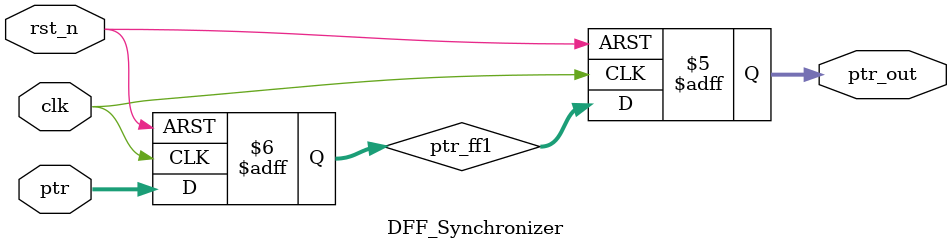
<source format=v>
`timescale 1ns / 1ps

module DFF_Synchronizer #(parameter ADDR_SIZE = 4)
(input [ADDR_SIZE:0] ptr,
 input clk,
 input rst_n,
 output reg [ADDR_SIZE:0] ptr_out  
 );
 
 reg [ADDR_SIZE:0] ptr_ff1;
 
 always@(posedge clk or negedge rst_n) begin
    if(!rst_n) ptr_ff1<= 0;
    else ptr_ff1<= ptr;
 end
 
 always@(posedge clk or negedge rst_n) begin
    if(!rst_n) ptr_out<= 0;
    else ptr_out<= ptr_ff1;
 end
    
    
endmodule

</source>
